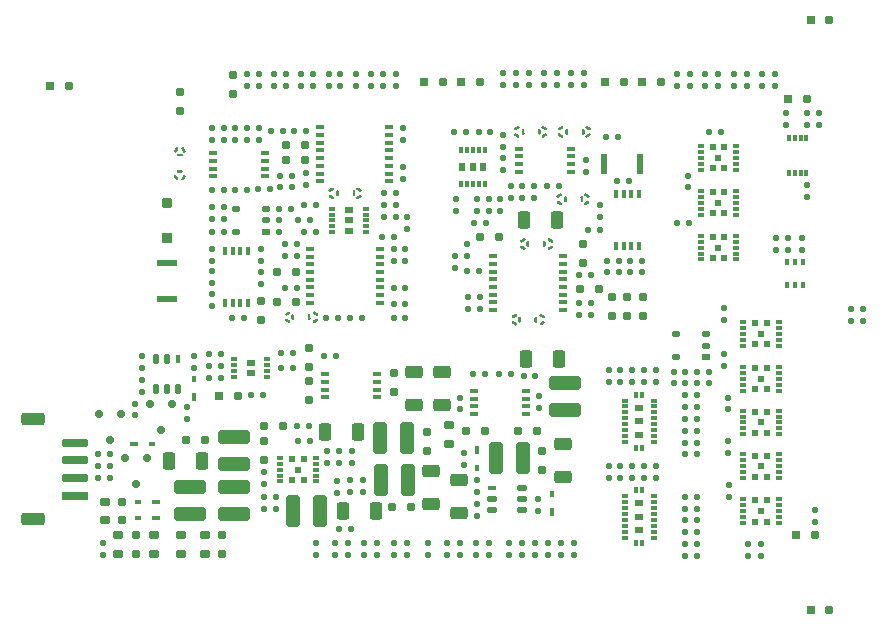
<source format=gbr>
%TF.GenerationSoftware,Altium Limited,Altium Designer,21.2.2 (38)*%
G04 Layer_Color=8421504*
%FSLAX45Y45*%
%MOMM*%
%TF.SameCoordinates,D1C1B47B-FFDC-44FD-B647-F1046EBF8E97*%
%TF.FilePolarity,Positive*%
%TF.FileFunction,Paste,Top*%
%TF.Part,Single*%
G01*
G75*
%TA.AperFunction,SMDPad,CuDef*%
G04:AMPARAMS|DCode=13|XSize=0.5mm|YSize=0.5mm|CornerRadius=0.125mm|HoleSize=0mm|Usage=FLASHONLY|Rotation=270.000|XOffset=0mm|YOffset=0mm|HoleType=Round|Shape=RoundedRectangle|*
%AMROUNDEDRECTD13*
21,1,0.50000,0.25000,0,0,270.0*
21,1,0.25000,0.50000,0,0,270.0*
1,1,0.25000,-0.12500,-0.12500*
1,1,0.25000,-0.12500,0.12500*
1,1,0.25000,0.12500,0.12500*
1,1,0.25000,0.12500,-0.12500*
%
%ADD13ROUNDEDRECTD13*%
G04:AMPARAMS|DCode=21|XSize=0.5mm|YSize=0.5mm|CornerRadius=0.125mm|HoleSize=0mm|Usage=FLASHONLY|Rotation=180.000|XOffset=0mm|YOffset=0mm|HoleType=Round|Shape=RoundedRectangle|*
%AMROUNDEDRECTD21*
21,1,0.50000,0.25000,0,0,180.0*
21,1,0.25000,0.50000,0,0,180.0*
1,1,0.25000,-0.12500,0.12500*
1,1,0.25000,0.12500,0.12500*
1,1,0.25000,0.12500,-0.12500*
1,1,0.25000,-0.12500,-0.12500*
%
%ADD21ROUNDEDRECTD21*%
G04:AMPARAMS|DCode=47|XSize=0.6mm|YSize=0.7mm|CornerRadius=0.15mm|HoleSize=0mm|Usage=FLASHONLY|Rotation=0.000|XOffset=0mm|YOffset=0mm|HoleType=Round|Shape=RoundedRectangle|*
%AMROUNDEDRECTD47*
21,1,0.60000,0.40000,0,0,0.0*
21,1,0.30000,0.70000,0,0,0.0*
1,1,0.30000,0.15000,-0.20000*
1,1,0.30000,-0.15000,-0.20000*
1,1,0.30000,-0.15000,0.20000*
1,1,0.30000,0.15000,0.20000*
%
%ADD47ROUNDEDRECTD47*%
%ADD50R,2.20000X0.70000*%
G04:AMPARAMS|DCode=51|XSize=2.2mm|YSize=0.7mm|CornerRadius=0.175mm|HoleSize=0mm|Usage=FLASHONLY|Rotation=180.000|XOffset=0mm|YOffset=0mm|HoleType=Round|Shape=RoundedRectangle|*
%AMROUNDEDRECTD51*
21,1,2.20000,0.35000,0,0,180.0*
21,1,1.85000,0.70000,0,0,180.0*
1,1,0.35000,-0.92500,0.17500*
1,1,0.35000,0.92500,0.17500*
1,1,0.35000,0.92500,-0.17500*
1,1,0.35000,-0.92500,-0.17500*
%
%ADD51ROUNDEDRECTD51*%
G04:AMPARAMS|DCode=52|XSize=2mm|YSize=1.1mm|CornerRadius=0.275mm|HoleSize=0mm|Usage=FLASHONLY|Rotation=180.000|XOffset=0mm|YOffset=0mm|HoleType=Round|Shape=RoundedRectangle|*
%AMROUNDEDRECTD52*
21,1,2.00000,0.55000,0,0,180.0*
21,1,1.45000,1.10000,0,0,180.0*
1,1,0.55000,-0.72500,0.27500*
1,1,0.55000,0.72500,0.27500*
1,1,0.55000,0.72500,-0.27500*
1,1,0.55000,-0.72500,-0.27500*
%
%ADD52ROUNDEDRECTD52*%
%ADD62R,0.70000X0.50000*%
%TA.AperFunction,NonConductor*%
%ADD97C,0.25000*%
%ADD120R,0.65000X0.40000*%
%ADD121R,0.60000X0.60000*%
%ADD122R,0.50000X0.30000*%
%ADD123R,0.40000X0.50000*%
%ADD124R,0.30000X0.55000*%
%ADD125R,0.55000X1.70000*%
%ADD126R,0.80000X0.60000*%
%ADD127R,0.55000X0.30000*%
%ADD128R,0.55000X0.30000*%
%ADD129R,0.70000X0.60000*%
%ADD130R,0.70000X0.60000*%
%ADD131R,0.40000X0.65000*%
%ADD132R,0.30000X0.50000*%
%ADD133R,0.30000X0.55000*%
%ADD134R,0.60000X0.70000*%
%ADD135R,0.60000X0.70000*%
%ADD136R,1.70000X0.55000*%
%TA.AperFunction,SMDPad,CuDef*%
G04:AMPARAMS|DCode=137|XSize=0.5mm|YSize=0.7mm|CornerRadius=0.1mm|HoleSize=0mm|Usage=FLASHONLY|Rotation=270.000|XOffset=0mm|YOffset=0mm|HoleType=Round|Shape=RoundedRectangle|*
%AMROUNDEDRECTD137*
21,1,0.50000,0.50000,0,0,270.0*
21,1,0.30000,0.70000,0,0,270.0*
1,1,0.20000,-0.25000,-0.15000*
1,1,0.20000,-0.25000,0.15000*
1,1,0.20000,0.25000,0.15000*
1,1,0.20000,0.25000,-0.15000*
%
%ADD137ROUNDEDRECTD137*%
G04:AMPARAMS|DCode=138|XSize=0.7mm|YSize=0.7mm|CornerRadius=0.15mm|HoleSize=0mm|Usage=FLASHONLY|Rotation=90.000|XOffset=0mm|YOffset=0mm|HoleType=Round|Shape=RoundedRectangle|*
%AMROUNDEDRECTD138*
21,1,0.70000,0.40000,0,0,90.0*
21,1,0.40000,0.70000,0,0,90.0*
1,1,0.30000,0.20000,0.20000*
1,1,0.30000,0.20000,-0.20000*
1,1,0.30000,-0.20000,-0.20000*
1,1,0.30000,-0.20000,0.20000*
%
%ADD138ROUNDEDRECTD138*%
G04:AMPARAMS|DCode=139|XSize=0.45mm|YSize=0.8mm|CornerRadius=0.0875mm|HoleSize=0mm|Usage=FLASHONLY|Rotation=90.000|XOffset=0mm|YOffset=0mm|HoleType=Round|Shape=RoundedRectangle|*
%AMROUNDEDRECTD139*
21,1,0.45000,0.62500,0,0,90.0*
21,1,0.27500,0.80000,0,0,90.0*
1,1,0.17500,0.31250,0.13750*
1,1,0.17500,0.31250,-0.13750*
1,1,0.17500,-0.31250,-0.13750*
1,1,0.17500,-0.31250,0.13750*
%
%ADD139ROUNDEDRECTD139*%
%ADD140R,0.80000X0.45000*%
G04:AMPARAMS|DCode=141|XSize=0.45mm|YSize=0.8mm|CornerRadius=0.0875mm|HoleSize=0mm|Usage=FLASHONLY|Rotation=0.000|XOffset=0mm|YOffset=0mm|HoleType=Round|Shape=RoundedRectangle|*
%AMROUNDEDRECTD141*
21,1,0.45000,0.62500,0,0,0.0*
21,1,0.27500,0.80000,0,0,0.0*
1,1,0.17500,0.13750,-0.31250*
1,1,0.17500,-0.13750,-0.31250*
1,1,0.17500,-0.13750,0.31250*
1,1,0.17500,0.13750,0.31250*
%
%ADD141ROUNDEDRECTD141*%
%ADD142R,0.45000X0.80000*%
G04:AMPARAMS|DCode=143|XSize=2.7mm|YSize=1.2mm|CornerRadius=0.275mm|HoleSize=0mm|Usage=FLASHONLY|Rotation=90.000|XOffset=0mm|YOffset=0mm|HoleType=Round|Shape=RoundedRectangle|*
%AMROUNDEDRECTD143*
21,1,2.70000,0.65000,0,0,90.0*
21,1,2.15000,1.20000,0,0,90.0*
1,1,0.55000,0.32500,1.07500*
1,1,0.55000,0.32500,-1.07500*
1,1,0.55000,-0.32500,-1.07500*
1,1,0.55000,-0.32500,1.07500*
%
%ADD143ROUNDEDRECTD143*%
G04:AMPARAMS|DCode=144|XSize=0.8mm|YSize=0.7mm|CornerRadius=0.15mm|HoleSize=0mm|Usage=FLASHONLY|Rotation=180.000|XOffset=0mm|YOffset=0mm|HoleType=Round|Shape=RoundedRectangle|*
%AMROUNDEDRECTD144*
21,1,0.80000,0.40000,0,0,180.0*
21,1,0.50000,0.70000,0,0,180.0*
1,1,0.30000,-0.25000,0.20000*
1,1,0.30000,0.25000,0.20000*
1,1,0.30000,0.25000,-0.20000*
1,1,0.30000,-0.25000,-0.20000*
%
%ADD144ROUNDEDRECTD144*%
G04:AMPARAMS|DCode=145|XSize=2.7mm|YSize=1.2mm|CornerRadius=0.275mm|HoleSize=0mm|Usage=FLASHONLY|Rotation=180.000|XOffset=0mm|YOffset=0mm|HoleType=Round|Shape=RoundedRectangle|*
%AMROUNDEDRECTD145*
21,1,2.70000,0.65000,0,0,180.0*
21,1,2.15000,1.20000,0,0,180.0*
1,1,0.55000,-1.07500,0.32500*
1,1,0.55000,1.07500,0.32500*
1,1,0.55000,1.07500,-0.32500*
1,1,0.55000,-1.07500,-0.32500*
%
%ADD145ROUNDEDRECTD145*%
%ADD146R,0.60000X0.40000*%
G04:AMPARAMS|DCode=147|XSize=0.4mm|YSize=0.6mm|CornerRadius=0.075mm|HoleSize=0mm|Usage=FLASHONLY|Rotation=90.000|XOffset=0mm|YOffset=0mm|HoleType=Round|Shape=RoundedRectangle|*
%AMROUNDEDRECTD147*
21,1,0.40000,0.45000,0,0,90.0*
21,1,0.25000,0.60000,0,0,90.0*
1,1,0.15000,0.22500,0.12500*
1,1,0.15000,0.22500,-0.12500*
1,1,0.15000,-0.22500,-0.12500*
1,1,0.15000,-0.22500,0.12500*
%
%ADD147ROUNDEDRECTD147*%
%ADD148R,0.70000X0.70000*%
%ADD149R,0.40000X0.60000*%
G04:AMPARAMS|DCode=150|XSize=0.4mm|YSize=0.6mm|CornerRadius=0.075mm|HoleSize=0mm|Usage=FLASHONLY|Rotation=0.000|XOffset=0mm|YOffset=0mm|HoleType=Round|Shape=RoundedRectangle|*
%AMROUNDEDRECTD150*
21,1,0.40000,0.45000,0,0,0.0*
21,1,0.25000,0.60000,0,0,0.0*
1,1,0.15000,0.12500,-0.22500*
1,1,0.15000,-0.12500,-0.22500*
1,1,0.15000,-0.12500,0.22500*
1,1,0.15000,0.12500,0.22500*
%
%ADD150ROUNDEDRECTD150*%
G04:AMPARAMS|DCode=151|XSize=0.9mm|YSize=0.9mm|CornerRadius=0.175mm|HoleSize=0mm|Usage=FLASHONLY|Rotation=180.000|XOffset=0mm|YOffset=0mm|HoleType=Round|Shape=RoundedRectangle|*
%AMROUNDEDRECTD151*
21,1,0.90000,0.55000,0,0,180.0*
21,1,0.55000,0.90000,0,0,180.0*
1,1,0.35000,-0.27500,0.27500*
1,1,0.35000,0.27500,0.27500*
1,1,0.35000,0.27500,-0.27500*
1,1,0.35000,-0.27500,-0.27500*
%
%ADD151ROUNDEDRECTD151*%
%ADD152R,0.90000X0.90000*%
G04:AMPARAMS|DCode=153|XSize=1.45mm|YSize=1.05mm|CornerRadius=0.2125mm|HoleSize=0mm|Usage=FLASHONLY|Rotation=270.000|XOffset=0mm|YOffset=0mm|HoleType=Round|Shape=RoundedRectangle|*
%AMROUNDEDRECTD153*
21,1,1.45000,0.62500,0,0,270.0*
21,1,1.02500,1.05000,0,0,270.0*
1,1,0.42500,-0.31250,-0.51250*
1,1,0.42500,-0.31250,0.51250*
1,1,0.42500,0.31250,0.51250*
1,1,0.42500,0.31250,-0.51250*
%
%ADD153ROUNDEDRECTD153*%
G04:AMPARAMS|DCode=154|XSize=1.45mm|YSize=1.05mm|CornerRadius=0.2125mm|HoleSize=0mm|Usage=FLASHONLY|Rotation=0.000|XOffset=0mm|YOffset=0mm|HoleType=Round|Shape=RoundedRectangle|*
%AMROUNDEDRECTD154*
21,1,1.45000,0.62500,0,0,0.0*
21,1,1.02500,1.05000,0,0,0.0*
1,1,0.42500,0.51250,-0.31250*
1,1,0.42500,-0.51250,-0.31250*
1,1,0.42500,-0.51250,0.31250*
1,1,0.42500,0.51250,0.31250*
%
%ADD154ROUNDEDRECTD154*%
G04:AMPARAMS|DCode=155|XSize=0.7mm|YSize=0.7mm|CornerRadius=0.15mm|HoleSize=0mm|Usage=FLASHONLY|Rotation=180.000|XOffset=0mm|YOffset=0mm|HoleType=Round|Shape=RoundedRectangle|*
%AMROUNDEDRECTD155*
21,1,0.70000,0.40000,0,0,180.0*
21,1,0.40000,0.70000,0,0,180.0*
1,1,0.30000,-0.20000,0.20000*
1,1,0.30000,0.20000,0.20000*
1,1,0.30000,0.20000,-0.20000*
1,1,0.30000,-0.20000,-0.20000*
%
%ADD155ROUNDEDRECTD155*%
D13*
X3610000Y3530000D02*
D03*
X3510000D02*
D03*
X5720000Y3820000D02*
D03*
X5620000D02*
D03*
X6790000Y2250000D02*
D03*
X6690000D02*
D03*
Y2150000D02*
D03*
X6790000D02*
D03*
X6890000Y2250000D02*
D03*
X6990000D02*
D03*
X6890000Y2150000D02*
D03*
X6990000D02*
D03*
X3050000Y2700000D02*
D03*
X2950000D02*
D03*
X3170000Y3800000D02*
D03*
X3270000D02*
D03*
X3850000Y2700000D02*
D03*
X3750000D02*
D03*
X6070000Y3450000D02*
D03*
X5970000D02*
D03*
X3110000Y2050000D02*
D03*
X3210000D02*
D03*
X6790000Y1550000D02*
D03*
X6890000D02*
D03*
X5040000Y4280000D02*
D03*
X5140000D02*
D03*
X3860000Y1580000D02*
D03*
X3760000D02*
D03*
X3760000Y1480000D02*
D03*
X3860000D02*
D03*
X6790000Y1190000D02*
D03*
X6890000D02*
D03*
X6790000Y790000D02*
D03*
X6890000D02*
D03*
X6790000Y890000D02*
D03*
X6890000D02*
D03*
X6790000Y990000D02*
D03*
X6890000D02*
D03*
X6790000Y1090000D02*
D03*
X6890000D02*
D03*
X6790000Y1650000D02*
D03*
X6890000D02*
D03*
X6790000Y1750000D02*
D03*
X6890000D02*
D03*
X6790000Y1850000D02*
D03*
X6890000D02*
D03*
X6790000Y1950000D02*
D03*
X6890000D02*
D03*
X1920000Y1550000D02*
D03*
X1820000D02*
D03*
X1820000Y1450000D02*
D03*
X1920000D02*
D03*
X5210000Y2230000D02*
D03*
X5310000D02*
D03*
X3660000Y3660000D02*
D03*
X3560000D02*
D03*
X3080000Y4310000D02*
D03*
X2980000D02*
D03*
X2760000Y2400000D02*
D03*
X2860000D02*
D03*
X3370000Y2280000D02*
D03*
X3470000D02*
D03*
X2760000Y2300000D02*
D03*
X2860000D02*
D03*
X2860000Y2200000D02*
D03*
X2760000D02*
D03*
X3660000Y3430000D02*
D03*
X3560000D02*
D03*
X4220000Y3390000D02*
D03*
X4320000D02*
D03*
Y2960000D02*
D03*
X4420000D02*
D03*
X4940000Y3100000D02*
D03*
X5040000D02*
D03*
X4050000Y2700000D02*
D03*
X3950000D02*
D03*
X2880000Y3540000D02*
D03*
X2780000D02*
D03*
X4420000Y2700000D02*
D03*
X4320000D02*
D03*
X6120000Y4240000D02*
D03*
X6220000D02*
D03*
X4930000Y4280000D02*
D03*
X4830000D02*
D03*
X3730000Y2380000D02*
D03*
X3830000D02*
D03*
X6210000Y3860000D02*
D03*
X6310000D02*
D03*
X5090000Y2230000D02*
D03*
X4990000D02*
D03*
X3280000Y4290000D02*
D03*
X3380000D02*
D03*
X3480000D02*
D03*
X3580000D02*
D03*
X3080000Y3790000D02*
D03*
X2980000D02*
D03*
X2780000D02*
D03*
X2880000D02*
D03*
X3080000Y4210000D02*
D03*
X2980000D02*
D03*
X6320000Y3090000D02*
D03*
X6420000D02*
D03*
X6320000Y3190000D02*
D03*
X6420000D02*
D03*
X3470000Y2410000D02*
D03*
X3370000D02*
D03*
X2780000Y3430000D02*
D03*
X2880000D02*
D03*
X4340000Y3560000D02*
D03*
X4240000D02*
D03*
X4340000Y3760000D02*
D03*
X4240000D02*
D03*
X4340000Y3660000D02*
D03*
X4240000D02*
D03*
X3450000Y3630000D02*
D03*
X3350000D02*
D03*
X8190000Y2680000D02*
D03*
X8290000D02*
D03*
X3400000Y3330000D02*
D03*
X3500000D02*
D03*
X3400000Y3230000D02*
D03*
X3500000D02*
D03*
X4420000Y3190000D02*
D03*
X4320000D02*
D03*
X4420000Y3290000D02*
D03*
X4320000D02*
D03*
X3400000Y2960000D02*
D03*
X3500000D02*
D03*
X2880000Y3640000D02*
D03*
X2780000D02*
D03*
X6230000Y3090000D02*
D03*
X6130000D02*
D03*
X6230000Y3190000D02*
D03*
X6130000D02*
D03*
X6790000Y2050000D02*
D03*
X6890000D02*
D03*
X1820000Y1350000D02*
D03*
X1920000D02*
D03*
X8290000Y2780000D02*
D03*
X8190000D02*
D03*
X3960000Y920000D02*
D03*
X3860000D02*
D03*
X3510000Y1660000D02*
D03*
X3610000D02*
D03*
X3500000Y1790000D02*
D03*
X3600000D02*
D03*
X3320000Y1090000D02*
D03*
X3220000D02*
D03*
Y1190000D02*
D03*
X3320000D02*
D03*
X5520000Y2210000D02*
D03*
X5420000D02*
D03*
X4420000Y2820000D02*
D03*
X4320000D02*
D03*
X7090000Y4280000D02*
D03*
X6990000D02*
D03*
X6720000Y3510000D02*
D03*
X6820000D02*
D03*
X6790000Y690000D02*
D03*
X6890000D02*
D03*
X5990000Y2730000D02*
D03*
X5890000D02*
D03*
X5990000Y2830000D02*
D03*
X5890000D02*
D03*
X5990000Y3070000D02*
D03*
X5890000D02*
D03*
X5100000Y3510000D02*
D03*
X5000000D02*
D03*
D21*
X7820000Y3730000D02*
D03*
Y3830000D02*
D03*
X7160000Y1190000D02*
D03*
Y1290000D02*
D03*
X7150000Y1930000D02*
D03*
Y2030000D02*
D03*
X7120000Y2300000D02*
D03*
Y2400000D02*
D03*
X6440000Y1350000D02*
D03*
Y1450000D02*
D03*
X6240000Y1350000D02*
D03*
Y1450000D02*
D03*
X6440000Y2160000D02*
D03*
Y2260000D02*
D03*
X6240000Y2160000D02*
D03*
Y2260000D02*
D03*
X7430000Y690000D02*
D03*
Y790000D02*
D03*
X7320000Y690000D02*
D03*
Y790000D02*
D03*
X5520000Y700000D02*
D03*
Y800000D02*
D03*
X5410000Y700000D02*
D03*
Y800000D02*
D03*
X5300000Y700000D02*
D03*
Y800000D02*
D03*
X5020000Y700000D02*
D03*
Y800000D02*
D03*
X5360000Y4780000D02*
D03*
Y4680000D02*
D03*
X4880000Y700000D02*
D03*
Y800000D02*
D03*
X4070000Y700000D02*
D03*
Y800000D02*
D03*
X3930000Y800000D02*
D03*
Y700000D02*
D03*
X4000000Y4770000D02*
D03*
Y4670000D02*
D03*
X4130000Y4670000D02*
D03*
Y4770000D02*
D03*
X3640000Y4770000D02*
D03*
Y4670000D02*
D03*
X3770000Y4670000D02*
D03*
Y4770000D02*
D03*
X7440000Y4770000D02*
D03*
Y4670000D02*
D03*
X7550000Y4670000D02*
D03*
Y4770000D02*
D03*
X7200000Y4770000D02*
D03*
Y4670000D02*
D03*
X7310000Y4670000D02*
D03*
Y4770000D02*
D03*
X6960000Y4770000D02*
D03*
Y4670000D02*
D03*
X7070000Y4670000D02*
D03*
Y4770000D02*
D03*
X6720000Y4770000D02*
D03*
Y4670000D02*
D03*
X6830000Y4670000D02*
D03*
Y4770000D02*
D03*
X5470000Y4680000D02*
D03*
Y4780000D02*
D03*
X5700000Y4780000D02*
D03*
Y4680000D02*
D03*
X5250000Y4680000D02*
D03*
Y4780000D02*
D03*
X5740000Y800000D02*
D03*
Y700000D02*
D03*
X5630000Y700000D02*
D03*
Y800000D02*
D03*
X3970000Y1480000D02*
D03*
Y1580000D02*
D03*
X5250000Y4250000D02*
D03*
Y4150000D02*
D03*
X3950000Y1330000D02*
D03*
Y1230000D02*
D03*
X7640000Y4340000D02*
D03*
Y4440000D02*
D03*
X7820000Y4340000D02*
D03*
Y4440000D02*
D03*
X5590000Y4680000D02*
D03*
Y4780000D02*
D03*
X4180000Y800000D02*
D03*
Y700000D02*
D03*
X3820000Y800000D02*
D03*
Y700000D02*
D03*
X5130000Y800000D02*
D03*
Y700000D02*
D03*
X4770000Y800000D02*
D03*
Y700000D02*
D03*
X3870000Y4670000D02*
D03*
Y4770000D02*
D03*
X3540000Y4670000D02*
D03*
Y4770000D02*
D03*
X4230000Y4670000D02*
D03*
Y4770000D02*
D03*
X1860000Y700000D02*
D03*
Y800000D02*
D03*
X2130000Y1980000D02*
D03*
Y1880000D02*
D03*
X3410000Y4770000D02*
D03*
Y4670000D02*
D03*
X6070000Y3660000D02*
D03*
Y3560000D02*
D03*
X2190000Y2080000D02*
D03*
Y2180000D02*
D03*
X5030000Y1230000D02*
D03*
Y1330000D02*
D03*
X2190000Y2380000D02*
D03*
Y2280000D02*
D03*
X5030000Y1030000D02*
D03*
Y1130000D02*
D03*
X2570000Y1850000D02*
D03*
Y1950000D02*
D03*
X5850000Y700000D02*
D03*
Y800000D02*
D03*
X4400000Y3980000D02*
D03*
Y3880000D02*
D03*
X2880000Y4210000D02*
D03*
Y4310000D02*
D03*
X3460000Y3910000D02*
D03*
Y3810000D02*
D03*
X5930000Y4680000D02*
D03*
Y4780000D02*
D03*
X3180000Y4670000D02*
D03*
Y4770000D02*
D03*
X5820000Y4680000D02*
D03*
Y4780000D02*
D03*
X3080000Y4670000D02*
D03*
Y4770000D02*
D03*
X4320000Y700000D02*
D03*
Y800000D02*
D03*
X4430000Y700000D02*
D03*
Y800000D02*
D03*
X3310000Y4670000D02*
D03*
Y4770000D02*
D03*
X4850000Y3710000D02*
D03*
Y3610000D02*
D03*
X3180000Y4310000D02*
D03*
Y4210000D02*
D03*
X7560000Y3380000D02*
D03*
Y3280000D02*
D03*
X6140000Y1350000D02*
D03*
Y1450000D02*
D03*
X7660000Y3380000D02*
D03*
Y3280000D02*
D03*
X6140000Y2160000D02*
D03*
Y2260000D02*
D03*
X4840000Y3130000D02*
D03*
Y3230000D02*
D03*
X5510000Y3820000D02*
D03*
Y3720000D02*
D03*
X2630000Y2380000D02*
D03*
Y2280000D02*
D03*
X4920000Y1560000D02*
D03*
Y1460000D02*
D03*
X2780000Y2810000D02*
D03*
Y2910000D02*
D03*
X5540000Y1070000D02*
D03*
Y1170000D02*
D03*
X5550000Y2040000D02*
D03*
Y1940000D02*
D03*
X4880000Y2030000D02*
D03*
Y1930000D02*
D03*
X2780000Y3000000D02*
D03*
Y3100000D02*
D03*
X2780000Y3290000D02*
D03*
Y3190000D02*
D03*
X4340000Y4670000D02*
D03*
Y4770000D02*
D03*
X4400000Y4210000D02*
D03*
Y4310000D02*
D03*
X3580000Y3830000D02*
D03*
Y3930000D02*
D03*
X2780000Y4310000D02*
D03*
Y4210000D02*
D03*
X3360000Y3910000D02*
D03*
Y3810000D02*
D03*
X7890000Y1080000D02*
D03*
Y980000D02*
D03*
X3350000Y3430000D02*
D03*
Y3530000D02*
D03*
X4430000Y3560000D02*
D03*
Y3460000D02*
D03*
X3660000Y800000D02*
D03*
Y700000D02*
D03*
X4610000Y800000D02*
D03*
Y700000D02*
D03*
X7920000Y4440000D02*
D03*
Y4340000D02*
D03*
X3200000Y2990000D02*
D03*
Y3090000D02*
D03*
Y3290000D02*
D03*
Y3190000D02*
D03*
X3840000Y1320000D02*
D03*
Y1220000D02*
D03*
X3220000Y1300000D02*
D03*
Y1400000D02*
D03*
X4060000Y1330000D02*
D03*
Y1230000D02*
D03*
X4940000Y3330000D02*
D03*
Y3230000D02*
D03*
X7120000Y2790000D02*
D03*
Y2690000D02*
D03*
X7150000Y1660000D02*
D03*
Y1560000D02*
D03*
X6810000Y3910000D02*
D03*
Y3810000D02*
D03*
X7780000Y3380000D02*
D03*
Y3280000D02*
D03*
X6340000Y2160000D02*
D03*
Y2260000D02*
D03*
Y1350000D02*
D03*
Y1450000D02*
D03*
X6540000D02*
D03*
Y1350000D02*
D03*
X6540000Y2260000D02*
D03*
Y2160000D02*
D03*
X4950000Y2880000D02*
D03*
Y2780000D02*
D03*
X5050000Y2880000D02*
D03*
Y2780000D02*
D03*
X5950000Y3940000D02*
D03*
Y4040000D02*
D03*
X5310000Y3720000D02*
D03*
Y3820000D02*
D03*
X5410000Y3720000D02*
D03*
Y3820000D02*
D03*
X5220000Y3610000D02*
D03*
Y3710000D02*
D03*
X5130000D02*
D03*
Y3610000D02*
D03*
X5030000Y3610000D02*
D03*
Y3710000D02*
D03*
X5250000Y3960000D02*
D03*
Y4060000D02*
D03*
D47*
X2140000Y1300000D02*
D03*
X2045000Y1520000D02*
D03*
X2235000D02*
D03*
X2350000Y1760000D02*
D03*
X2255000Y1980000D02*
D03*
X2445000D02*
D03*
X1920000Y1670000D02*
D03*
X1825000Y1890000D02*
D03*
X2015000D02*
D03*
D50*
X1620000Y1200000D02*
D03*
D51*
Y1350000D02*
D03*
Y1500000D02*
D03*
Y1650000D02*
D03*
D52*
X1270000Y1845000D02*
D03*
Y1005000D02*
D03*
D62*
X3237500Y3435000D02*
D03*
X6967500Y2375000D02*
D03*
D97*
X2547423Y4114599D02*
G03*
X2534426Y4137110I-37423J-6599D01*
G01*
X2485640D02*
G03*
X2472644Y4114599I24426J-29110D01*
G01*
X2497012Y4084292D02*
G03*
X2523005Y4084292I12997J35708D01*
G01*
X2472577Y3903401D02*
G03*
X2485574Y3880890I37423J6599D01*
G01*
X2534426D02*
G03*
X2547423Y3903401I-24426J29110D01*
G01*
X2522997Y3945708D02*
G03*
X2497003Y3945708I-12997J-35708D01*
G01*
X5355401Y2727423D02*
G03*
X5332890Y2714426I6599J-37423D01*
G01*
Y2665640D02*
G03*
X5355401Y2652644I29110J24426D01*
G01*
X5385708Y2677011D02*
G03*
X5385708Y2703005I-35708J12997D01*
G01*
X5566599Y2652577D02*
G03*
X5589110Y2665574I-6599J37423D01*
G01*
Y2714426D02*
G03*
X5566599Y2727423I-29110J-24426D01*
G01*
X5524292Y2702997D02*
G03*
X5524292Y2677003I35708J-12997D01*
G01*
X4014599Y3722577D02*
G03*
X4037110Y3735574I-6599J37423D01*
G01*
Y3784359D02*
G03*
X4014599Y3797356I-29110J-24426D01*
G01*
X3984292Y3772988D02*
G03*
X3984292Y3746995I35708J-12997D01*
G01*
X3803401Y3797422D02*
G03*
X3780890Y3784426I6599J-37423D01*
G01*
Y3735574D02*
G03*
X3803401Y3722577I29110J24426D01*
G01*
X3845708Y3747003D02*
G03*
X3845708Y3772997I-35708J12997D01*
G01*
X3435401Y2747422D02*
G03*
X3412890Y2734426I6599J-37423D01*
G01*
Y2685640D02*
G03*
X3435401Y2672644I29110J24426D01*
G01*
X3465708Y2697011D02*
G03*
X3465708Y2723005I-35708J12997D01*
G01*
X3646599Y2672577D02*
G03*
X3669110Y2685574I-6599J37423D01*
G01*
Y2734426D02*
G03*
X3646599Y2747422I-29110J-24426D01*
G01*
X3604292Y2722997D02*
G03*
X3604292Y2697003I35708J-12997D01*
G01*
X5425401Y3367423D02*
G03*
X5402890Y3354426I6599J-37423D01*
G01*
Y3305640D02*
G03*
X5425401Y3292644I29110J24426D01*
G01*
X5455708Y3317011D02*
G03*
X5455708Y3343005I-35708J12997D01*
G01*
X5636599Y3292577D02*
G03*
X5659110Y3305574I-6599J37423D01*
G01*
Y3354426D02*
G03*
X5636599Y3367423I-29110J-24426D01*
G01*
X5594292Y3342997D02*
G03*
X5594292Y3317003I35708J-12997D01*
G01*
X5954599Y4242577D02*
G03*
X5977110Y4255574I-6599J37423D01*
G01*
Y4304360D02*
G03*
X5954599Y4317356I-29110J-24426D01*
G01*
X5924292Y4292989D02*
G03*
X5924292Y4266995I35708J-12997D01*
G01*
X5743401Y4317423D02*
G03*
X5720890Y4304426I6599J-37423D01*
G01*
Y4255574D02*
G03*
X5743401Y4242577I29110J24426D01*
G01*
X5785708Y4267003D02*
G03*
X5785708Y4292997I-35708J12997D01*
G01*
X5944599Y3672577D02*
G03*
X5967110Y3685574I-6599J37423D01*
G01*
Y3734360D02*
G03*
X5944599Y3747356I-29110J-24426D01*
G01*
X5914292Y3722988D02*
G03*
X5914292Y3696995I35708J-12997D01*
G01*
X5733401Y3747423D02*
G03*
X5710890Y3734426I6599J-37423D01*
G01*
Y3685574D02*
G03*
X5733401Y3672577I29110J24426D01*
G01*
X5775708Y3697003D02*
G03*
X5775708Y3722997I-35708J12997D01*
G01*
X5584599Y4242577D02*
G03*
X5607110Y4255574I-6599J37423D01*
G01*
Y4304360D02*
G03*
X5584599Y4317356I-29110J-24426D01*
G01*
X5554292Y4292989D02*
G03*
X5554292Y4266995I35708J-12997D01*
G01*
X5373401Y4317423D02*
G03*
X5350890Y4304426I6599J-37423D01*
G01*
Y4255574D02*
G03*
X5373401Y4242577I29110J24426D01*
G01*
X5415708Y4267003D02*
G03*
X5415708Y4292997I-35708J12997D01*
G01*
D120*
X4180000Y2227500D02*
D03*
Y2162500D02*
D03*
Y2097500D02*
D03*
Y2032500D02*
D03*
X3740000D02*
D03*
Y2097500D02*
D03*
Y2162500D02*
D03*
Y2227508D02*
D03*
X3229996Y3902491D02*
D03*
Y3967503D02*
D03*
Y4032496D02*
D03*
Y4097500D02*
D03*
X2790003D02*
D03*
Y4032496D02*
D03*
Y3967503D02*
D03*
Y3902500D02*
D03*
X5000000Y2087509D02*
D03*
Y2022500D02*
D03*
Y1957500D02*
D03*
Y1892500D02*
D03*
X5440000D02*
D03*
Y1957500D02*
D03*
Y2022500D02*
D03*
Y2087500D02*
D03*
X3695000Y3862492D02*
D03*
Y3927491D02*
D03*
Y3992491D02*
D03*
Y4057492D02*
D03*
Y4122492D02*
D03*
Y4187491D02*
D03*
Y4252491D02*
D03*
Y4317492D02*
D03*
X4285000Y4317500D02*
D03*
Y4252500D02*
D03*
Y4187500D02*
D03*
Y4122500D02*
D03*
Y4057500D02*
D03*
Y3992500D02*
D03*
Y3927500D02*
D03*
Y3862500D02*
D03*
X3615000Y2832492D02*
D03*
Y2897491D02*
D03*
Y2962491D02*
D03*
Y3027492D02*
D03*
Y3092492D02*
D03*
Y3157491D02*
D03*
Y3222491D02*
D03*
Y3287492D02*
D03*
X4205000Y3287500D02*
D03*
Y3222500D02*
D03*
Y3157500D02*
D03*
Y3092500D02*
D03*
Y3027500D02*
D03*
Y2962500D02*
D03*
Y2897500D02*
D03*
Y2832500D02*
D03*
X5755000Y3227507D02*
D03*
Y3162505D02*
D03*
Y3097505D02*
D03*
Y3032508D02*
D03*
Y2967507D02*
D03*
Y2902512D02*
D03*
Y2837512D02*
D03*
Y2772508D02*
D03*
X5165000Y2772503D02*
D03*
Y2837500D02*
D03*
Y2902500D02*
D03*
Y2967503D02*
D03*
Y3032496D02*
D03*
Y3097500D02*
D03*
Y3162500D02*
D03*
Y3227496D02*
D03*
X5819996Y3942491D02*
D03*
Y4007503D02*
D03*
Y4072496D02*
D03*
Y4137499D02*
D03*
X5380003D02*
D03*
Y4072496D02*
D03*
Y4007503D02*
D03*
Y3942500D02*
D03*
D121*
X7070023Y4059992D02*
D03*
X7119977Y4150008D02*
D03*
X7019976D02*
D03*
X7119992Y3969977D02*
D03*
X7019992D02*
D03*
X3460000Y1330000D02*
D03*
X3560000D02*
D03*
X3460000Y1510000D02*
D03*
X3560000D02*
D03*
X3510000Y1420000D02*
D03*
X7019935Y3589996D02*
D03*
X7119935D02*
D03*
X7019996Y3770064D02*
D03*
X7119996D02*
D03*
X7070004Y3679936D02*
D03*
X7379999Y980000D02*
D03*
X7480000D02*
D03*
X7379999Y1160000D02*
D03*
X7480000D02*
D03*
X7430000Y1070000D02*
D03*
X7379999Y1730000D02*
D03*
X7480000D02*
D03*
X7379999Y1910000D02*
D03*
X7480000D02*
D03*
X7430000Y1820000D02*
D03*
X7379999Y1360000D02*
D03*
X7480000D02*
D03*
X7379999Y1540000D02*
D03*
X7480000D02*
D03*
X7430000Y1450000D02*
D03*
X7379999Y2100000D02*
D03*
X7480000D02*
D03*
X7379999Y2280000D02*
D03*
X7480000D02*
D03*
X7430000Y2190000D02*
D03*
X7020002Y3210001D02*
D03*
X7119995D02*
D03*
X7020004Y3389998D02*
D03*
X7119997D02*
D03*
X7070000Y3299999D02*
D03*
X7379999Y2480000D02*
D03*
X7480000D02*
D03*
X7379999Y2660000D02*
D03*
X7480000D02*
D03*
X7430000Y2570000D02*
D03*
D122*
X7220000Y4160000D02*
D03*
X7219999Y4110001D02*
D03*
Y4060001D02*
D03*
Y4010001D02*
D03*
Y3960001D02*
D03*
X6920000Y3959999D02*
D03*
X6919999Y4010001D02*
D03*
Y4060001D02*
D03*
Y4110001D02*
D03*
Y4160001D02*
D03*
X3249999Y2355000D02*
D03*
Y2304999D02*
D03*
Y2255000D02*
D03*
Y2205000D02*
D03*
X2969999D02*
D03*
Y2255000D02*
D03*
Y2304999D02*
D03*
Y2354999D02*
D03*
X3360000Y1520000D02*
D03*
Y1470000D02*
D03*
Y1420000D02*
D03*
Y1370000D02*
D03*
Y1320000D02*
D03*
X3660000D02*
D03*
Y1370000D02*
D03*
Y1420000D02*
D03*
Y1470000D02*
D03*
Y1520000D02*
D03*
X6920004Y3780002D02*
D03*
Y3730002D02*
D03*
Y3680003D02*
D03*
Y3630003D02*
D03*
X6919997Y3579998D02*
D03*
X7220004Y3580003D02*
D03*
Y3630003D02*
D03*
Y3680003D02*
D03*
Y3730002D02*
D03*
X7219996Y3779998D02*
D03*
X7280000Y1170000D02*
D03*
Y1120000D02*
D03*
Y1070000D02*
D03*
Y1020000D02*
D03*
Y970000D02*
D03*
X7580000Y970000D02*
D03*
Y1020000D02*
D03*
Y1070000D02*
D03*
Y1120000D02*
D03*
Y1170000D02*
D03*
X7280000Y1920000D02*
D03*
Y1870000D02*
D03*
Y1820000D02*
D03*
Y1770000D02*
D03*
Y1720000D02*
D03*
X7580000Y1720000D02*
D03*
Y1770000D02*
D03*
Y1820000D02*
D03*
Y1870000D02*
D03*
Y1920000D02*
D03*
X7280000Y1550000D02*
D03*
Y1500000D02*
D03*
Y1450000D02*
D03*
Y1400000D02*
D03*
Y1350000D02*
D03*
X7580000D02*
D03*
Y1400000D02*
D03*
Y1450000D02*
D03*
Y1500000D02*
D03*
Y1550000D02*
D03*
X6275000Y1195000D02*
D03*
X6275000Y1145000D02*
D03*
Y1095000D02*
D03*
Y1045000D02*
D03*
X6525000D02*
D03*
Y1095000D02*
D03*
Y1145000D02*
D03*
Y1195000D02*
D03*
X6275000Y995000D02*
D03*
X6275000Y945000D02*
D03*
Y895000D02*
D03*
Y845000D02*
D03*
X6525000D02*
D03*
Y895000D02*
D03*
Y945000D02*
D03*
X6525000Y995000D02*
D03*
X7280000Y2290000D02*
D03*
Y2240000D02*
D03*
Y2190000D02*
D03*
Y2140000D02*
D03*
Y2090000D02*
D03*
X7580000D02*
D03*
Y2140000D02*
D03*
Y2190000D02*
D03*
Y2240000D02*
D03*
Y2290000D02*
D03*
X6920002Y3400000D02*
D03*
Y3350000D02*
D03*
Y3300000D02*
D03*
Y3250000D02*
D03*
X6920002Y3200004D02*
D03*
X7219998Y3200000D02*
D03*
Y3250000D02*
D03*
Y3300000D02*
D03*
Y3350000D02*
D03*
X7219999Y3399997D02*
D03*
X7280000Y2670000D02*
D03*
Y2620000D02*
D03*
Y2570000D02*
D03*
Y2520000D02*
D03*
Y2470000D02*
D03*
X7580000Y2470000D02*
D03*
Y2520000D02*
D03*
Y2570000D02*
D03*
Y2620000D02*
D03*
Y2670000D02*
D03*
X6275000Y2005000D02*
D03*
X6274999Y1955000D02*
D03*
Y1905000D02*
D03*
Y1855000D02*
D03*
X6525000Y1855000D02*
D03*
Y1905000D02*
D03*
Y1955000D02*
D03*
Y2005000D02*
D03*
X6275000Y1805000D02*
D03*
X6274999Y1755001D02*
D03*
Y1705001D02*
D03*
Y1655001D02*
D03*
X6525000Y1655000D02*
D03*
Y1705000D02*
D03*
Y1755000D02*
D03*
X6524999Y1805000D02*
D03*
D123*
X7654540Y2979766D02*
D03*
X7719540D02*
D03*
X7784583Y2979745D02*
D03*
Y3179745D02*
D03*
X7719540Y3179766D02*
D03*
X7654540D02*
D03*
D124*
X7814997Y3932505D02*
D03*
X7765003Y3932495D02*
D03*
X7715003D02*
D03*
X7664997Y3932505D02*
D03*
Y4227505D02*
D03*
X7715003Y4227495D02*
D03*
X7765003D02*
D03*
X7814997Y4227505D02*
D03*
D125*
X6097500Y4010000D02*
D03*
X6402500Y4010000D02*
D03*
D126*
X3109999Y2240000D02*
D03*
Y2319999D02*
D03*
D127*
X3797500Y3630000D02*
D03*
Y3580000D02*
D03*
Y3430000D02*
D03*
X4082500D02*
D03*
Y3580000D02*
D03*
Y3630000D02*
D03*
D128*
X3797500Y3530000D02*
D03*
Y3480000D02*
D03*
X4082500D02*
D03*
Y3530000D02*
D03*
D129*
X3940000Y3620000D02*
D03*
X6400000Y1020000D02*
D03*
X6400000Y1830000D02*
D03*
D130*
X3940000Y3530000D02*
D03*
Y3440000D02*
D03*
X6400452Y906071D02*
D03*
X6400256Y1133790D02*
D03*
X6400451Y1716072D02*
D03*
X6400255Y1943791D02*
D03*
D131*
X2892491Y2830001D02*
D03*
X2957499Y2830002D02*
D03*
X3022497Y2830000D02*
D03*
X3087499Y2830001D02*
D03*
X3087500Y3269998D02*
D03*
X3022499D02*
D03*
X2957501Y3270000D02*
D03*
X2892500Y3269998D02*
D03*
X6397516Y3749998D02*
D03*
X6332498Y3750008D02*
D03*
X6267500Y3750006D02*
D03*
X6202508Y3749998D02*
D03*
X6202508Y3310001D02*
D03*
X6267502Y3310008D02*
D03*
X6332500Y3310010D02*
D03*
X6397508Y3310001D02*
D03*
D132*
X6425000Y1245000D02*
D03*
X6375000D02*
D03*
Y795000D02*
D03*
X6425000D02*
D03*
X6424999Y2055000D02*
D03*
X6374999D02*
D03*
Y1605000D02*
D03*
X6424999D02*
D03*
D133*
X5089999Y4122499D02*
D03*
X5039999D02*
D03*
X4990000Y4122499D02*
D03*
X4940001Y4122498D02*
D03*
X4890001D02*
D03*
X4890001Y3837501D02*
D03*
X4940001D02*
D03*
X4990000Y3837500D02*
D03*
X5039999Y3837501D02*
D03*
X5089999D02*
D03*
D134*
X5079998Y3980014D02*
D03*
D135*
X4990000Y3980000D02*
D03*
X4900000D02*
D03*
D136*
X2400000Y2867500D02*
D03*
X2399999Y3172499D02*
D03*
D137*
X3237500Y3530000D02*
D03*
Y3625000D02*
D03*
X2982500D02*
D03*
Y3435000D02*
D03*
X6712500Y2375000D02*
D03*
Y2565000D02*
D03*
X6967500D02*
D03*
Y2470000D02*
D03*
D138*
X2720000Y1670000D02*
D03*
X2560000D02*
D03*
X3000000Y2040000D02*
D03*
X6580000Y4700000D02*
D03*
X5050000D02*
D03*
X6270000D02*
D03*
X4740000D02*
D03*
X1570000Y4670000D02*
D03*
X7890000Y870000D02*
D03*
X7820000Y4560000D02*
D03*
X8010000Y230000D02*
D03*
Y5230000D02*
D03*
X5370000Y1750000D02*
D03*
X5530000D02*
D03*
X5090000D02*
D03*
X4930000D02*
D03*
X3410000Y4170000D02*
D03*
X3570000D02*
D03*
X3410000Y4040000D02*
D03*
X3570000D02*
D03*
X3330000Y3090000D02*
D03*
X3490000D02*
D03*
X3330000Y2840000D02*
D03*
X3490000D02*
D03*
X5210000Y3390000D02*
D03*
X5050000D02*
D03*
X4310000Y1100000D02*
D03*
X4470000D02*
D03*
X3220000Y1790000D02*
D03*
X3380000D02*
D03*
X6060000Y2950000D02*
D03*
X5900000D02*
D03*
D139*
X5410000Y1265000D02*
D03*
Y1170000D02*
D03*
Y1075000D02*
D03*
X5150000D02*
D03*
Y1170000D02*
D03*
D140*
Y1265000D02*
D03*
D141*
X2495000Y2100000D02*
D03*
X2400000D02*
D03*
X2305000D02*
D03*
Y2360000D02*
D03*
X2400000D02*
D03*
D142*
X2495000D02*
D03*
D143*
X4435000Y1690000D02*
D03*
X4205000D02*
D03*
X4440000Y1330000D02*
D03*
X4210000D02*
D03*
X3695000Y1070000D02*
D03*
X3465000D02*
D03*
X5185000Y1520000D02*
D03*
X5415000D02*
D03*
D144*
X2720000Y710000D02*
D03*
Y870000D02*
D03*
X1880000Y990000D02*
D03*
Y1150000D02*
D03*
X1990000Y710000D02*
D03*
Y870000D02*
D03*
X2520000D02*
D03*
Y710000D02*
D03*
X2290000D02*
D03*
Y870000D02*
D03*
X4790000Y1640000D02*
D03*
Y1800000D02*
D03*
D145*
X5770000Y2155000D02*
D03*
Y1925000D02*
D03*
X2600000Y1275000D02*
D03*
Y1045000D02*
D03*
X2970000D02*
D03*
Y1275000D02*
D03*
X2970000Y1695000D02*
D03*
Y1465000D02*
D03*
D146*
X2155000Y1010000D02*
D03*
Y1150000D02*
D03*
X2275000Y1640000D02*
D03*
D147*
X2305000Y1010000D02*
D03*
Y1150000D02*
D03*
X2125000Y1640000D02*
D03*
D148*
X2840000Y2040000D02*
D03*
X6420000Y4700000D02*
D03*
X4890000D02*
D03*
X6110000D02*
D03*
X4580000D02*
D03*
X1410000Y4670000D02*
D03*
X7730000Y870000D02*
D03*
X7660000Y4560000D02*
D03*
X7850000Y230000D02*
D03*
Y5230000D02*
D03*
D149*
X5660000Y1215000D02*
D03*
X5030000Y1435000D02*
D03*
X2630000Y2185000D02*
D03*
D150*
X5660000Y1065000D02*
D03*
X5030000Y1585000D02*
D03*
X2630000Y2035000D02*
D03*
D151*
X2400000Y3680000D02*
D03*
D152*
Y3380000D02*
D03*
D153*
X5700000Y3530000D02*
D03*
X5420000D02*
D03*
X2420000Y1490000D02*
D03*
X2700000D02*
D03*
X5440000Y2360000D02*
D03*
X5720000D02*
D03*
X4170000Y1070000D02*
D03*
X3890000D02*
D03*
X4020000Y1740000D02*
D03*
X3740000D02*
D03*
D154*
X4730000Y2250000D02*
D03*
Y1970000D02*
D03*
X4870000Y1050000D02*
D03*
Y1330000D02*
D03*
X5750000Y1640000D02*
D03*
Y1360000D02*
D03*
X4490000Y2250000D02*
D03*
Y1970000D02*
D03*
X4640000Y1410000D02*
D03*
Y1130000D02*
D03*
D155*
X4600000Y1580000D02*
D03*
Y1740000D02*
D03*
X3200000Y2690000D02*
D03*
Y2850000D02*
D03*
X6430000Y2720000D02*
D03*
Y2880000D02*
D03*
X6170000Y2720000D02*
D03*
Y2880000D02*
D03*
X6300000D02*
D03*
Y2720000D02*
D03*
X5580000Y1580000D02*
D03*
Y1420000D02*
D03*
X2020000Y1150000D02*
D03*
Y990000D02*
D03*
X2510000Y4620000D02*
D03*
Y4460000D02*
D03*
X3600000Y2290000D02*
D03*
Y2450000D02*
D03*
X3220000Y1660000D02*
D03*
Y1500000D02*
D03*
X3600000Y2170000D02*
D03*
Y2010000D02*
D03*
X2140000Y710000D02*
D03*
Y870000D02*
D03*
X2870000Y710000D02*
D03*
Y870000D02*
D03*
X2960000Y4600000D02*
D03*
Y4760000D02*
D03*
X4320000Y2240000D02*
D03*
Y2080000D02*
D03*
X5920000Y3330000D02*
D03*
Y3170000D02*
D03*
%TF.MD5,9aad62f4f60d88a9068444db2052c77b*%
M02*

</source>
